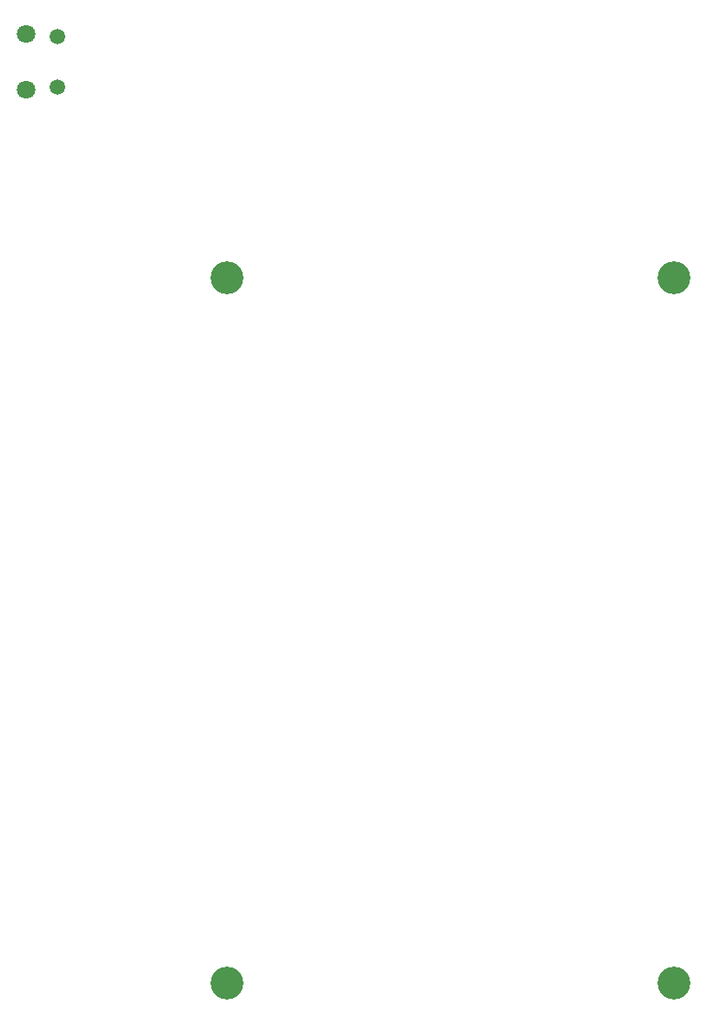
<source format=gbr>
%TF.GenerationSoftware,KiCad,Pcbnew,(6.0.7)*%
%TF.CreationDate,2023-09-07T13:48:50+01:00*%
%TF.ProjectId,CCC_rig_controller,4343435f-7269-4675-9f63-6f6e74726f6c,rev?*%
%TF.SameCoordinates,Original*%
%TF.FileFunction,NonPlated,1,2,NPTH,Drill*%
%TF.FilePolarity,Positive*%
%FSLAX46Y46*%
G04 Gerber Fmt 4.6, Leading zero omitted, Abs format (unit mm)*
G04 Created by KiCad (PCBNEW (6.0.7)) date 2023-09-07 13:48:50*
%MOMM*%
%LPD*%
G01*
G04 APERTURE LIST*
%TA.AperFunction,ComponentDrill*%
%ADD10C,1.500000*%
%TD*%
%TA.AperFunction,ComponentDrill*%
%ADD11C,1.800000*%
%TD*%
%TA.AperFunction,ComponentDrill*%
%ADD12C,3.200000*%
%TD*%
G04 APERTURE END LIST*
D10*
%TO.C,U1*%
X28730000Y-98769400D03*
X28730000Y-103619400D03*
D11*
X25700000Y-98469400D03*
X25700000Y-103919400D03*
D12*
%TO.C,NPTH_0*%
X45285800Y-122185800D03*
%TO.C,NPTH_2*%
X45285800Y-190785800D03*
%TO.C,NPTH_1*%
X88785800Y-122185800D03*
%TO.C,NPTH_3*%
X88785800Y-190785800D03*
M02*

</source>
